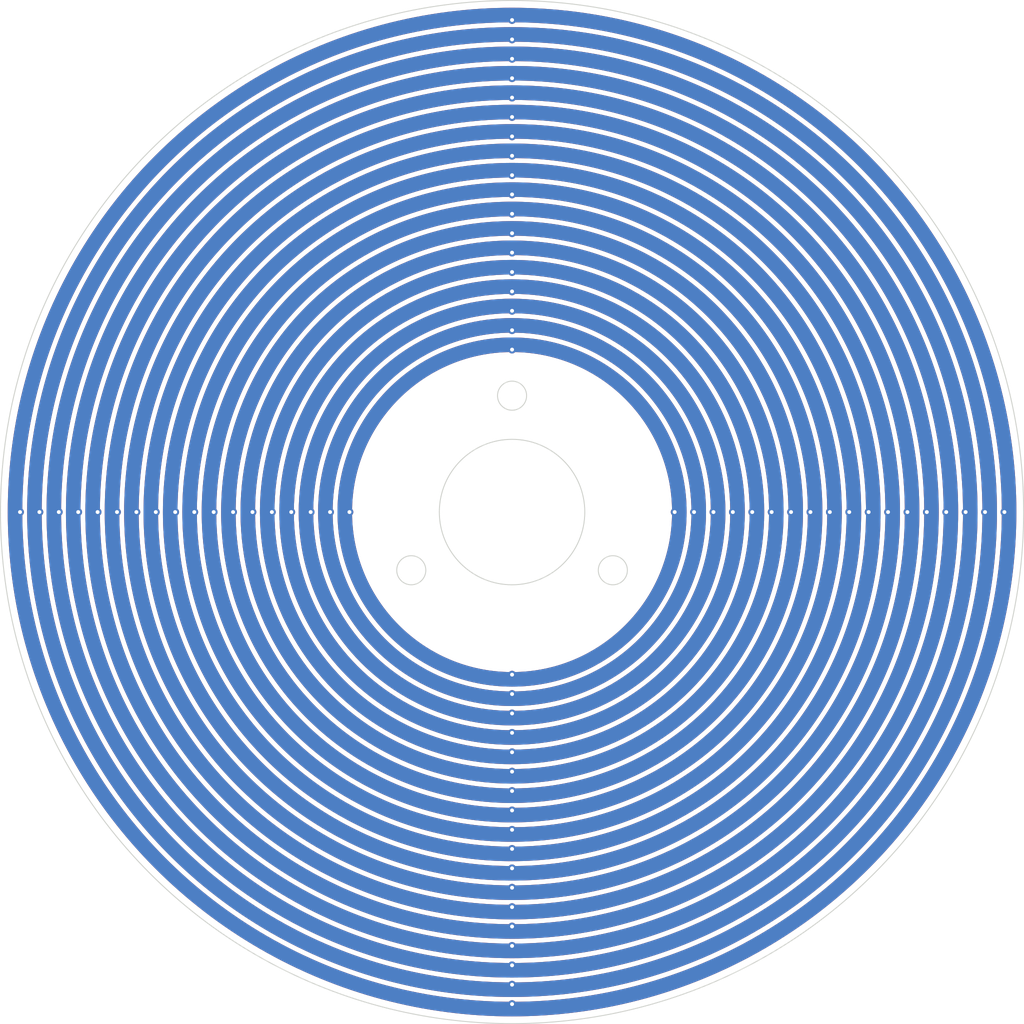
<source format=kicad_pcb>
(kicad_pcb
	(version 20241229)
	(generator "pcbnew")
	(generator_version "9.0")
	(general
		(thickness 1.6)
		(legacy_teardrops no)
	)
	(paper "A4")
	(layers
		(0 "F.Cu" signal)
		(2 "B.Cu" signal)
		(9 "F.Adhes" user "F.Adhesive")
		(11 "B.Adhes" user "B.Adhesive")
		(13 "F.Paste" user)
		(15 "B.Paste" user)
		(5 "F.SilkS" user "F.Silkscreen")
		(7 "B.SilkS" user "B.Silkscreen")
		(1 "F.Mask" user)
		(3 "B.Mask" user)
		(17 "Dwgs.User" user "User.Drawings")
		(19 "Cmts.User" user "User.Comments")
		(21 "Eco1.User" user "User.Eco1")
		(23 "Eco2.User" user "User.Eco2")
		(25 "Edge.Cuts" user)
		(27 "Margin" user)
		(31 "F.CrtYd" user "F.Courtyard")
		(29 "B.CrtYd" user "B.Courtyard")
		(35 "F.Fab" user)
		(33 "B.Fab" user)
		(39 "User.1" user)
		(41 "User.2" user)
		(43 "User.3" user)
		(45 "User.4" user)
	)
	(setup
		(pad_to_mask_clearance 0)
		(allow_soldermask_bridges_in_footprints no)
		(tenting front back)
		(pcbplotparams
			(layerselection 0x00000000_00000000_55555555_5755f5ff)
			(plot_on_all_layers_selection 0x00000000_00000000_00000000_00000000)
			(disableapertmacros no)
			(usegerberextensions no)
			(usegerberattributes yes)
			(usegerberadvancedattributes yes)
			(creategerberjobfile yes)
			(dashed_line_dash_ratio 12.000000)
			(dashed_line_gap_ratio 3.000000)
			(svgprecision 4)
			(plotframeref no)
			(mode 1)
			(useauxorigin no)
			(hpglpennumber 1)
			(hpglpenspeed 20)
			(hpglpendiameter 15.000000)
			(pdf_front_fp_property_popups yes)
			(pdf_back_fp_property_popups yes)
			(pdf_metadata yes)
			(pdf_single_document no)
			(dxfpolygonmode yes)
			(dxfimperialunits yes)
			(dxfusepcbnewfont yes)
			(psnegative no)
			(psa4output no)
			(plot_black_and_white yes)
			(sketchpadsonfab no)
			(plotpadnumbers no)
			(hidednponfab no)
			(sketchdnponfab yes)
			(crossoutdnponfab yes)
			(subtractmaskfromsilk no)
			(outputformat 1)
			(mirror no)
			(drillshape 0)
			(scaleselection 1)
			(outputdirectory "C:/Users/bhavy/OneDrive/Documents/GitHub/IMU-Turntable/build/PCB/XY_slip-ring/XY_slip-ring_GERBER/XY_slip-ring_DRILL/")
		)
	)
	(net 0 "")
	(net 1 "8")
	(net 2 "6")
	(net 3 "7")
	(net 4 "5")
	(net 5 "4")
	(net 6 "1")
	(net 7 "2")
	(net 8 "3")
	(net 9 "9")
	(net 10 "10")
	(net 11 "11")
	(net 12 "12")
	(net 13 "13")
	(net 14 "15")
	(net 15 "14")
	(net 16 "16")
	(net 17 "17")
	(net 18 "18")
	(gr_circle
		(center 0 0)
		(end 82.5 0)
		(stroke
			(width 3)
			(type solid)
		)
		(fill no)
		(layer "F.Cu")
		(net 13)
		(uuid "01dc27b4-3df2-4a12-a1f3-f4f0d64a41a0")
	)
	(gr_circle
		(center 0 0)
		(end 54.5 0)
		(stroke
			(width 3)
			(type solid)
		)
		(fill no)
		(layer "F.Cu")
		(net 2)
		(uuid "0b8efaca-25db-4a9b-83fa-61f327910636")
	)
	(gr_circle
		(center 0 0)
		(end 38.5 0)
		(stroke
			(width 3)
			(type solid)
		)
		(fill no)
		(layer "F.Cu")
		(net 7)
		(uuid "101143fd-83fc-4545-80c2-e4b35792a9be")
	)
	(gr_circle
		(center 0 0)
		(end 70.5 0)
		(stroke
			(width 3)
			(type solid)
		)
		(fill no)
		(layer "F.Cu")
		(net 10)
		(uuid "2524b028-c441-45c6-8256-74c89a7c56fd")
	)
	(gr_circle
		(center 0 0)
		(end 78.5 0)
		(stroke
			(width 3)
			(type solid)
		)
		(fill no)
		(layer "F.Cu")
		(net 12)
		(uuid "25c21961-67bc-4c75-a82d-a40ec11978e8")
	)
	(gr_circle
		(center 0 0)
		(end 34.5 0)
		(stroke
			(width 3)
			(type solid)
		)
		(fill no)
		(layer "F.Cu")
		(net 6)
		(uuid "285a9f38-0f2c-4481-beea-ddd8876d4413")
	)
	(gr_circle
		(center 0 0)
		(end 90.5 0)
		(stroke
			(width 3)
			(type solid)
		)
		(fill no)
		(layer "F.Cu")
		(net 14)
		(uuid "3f0e1fa3-576b-4576-90a2-557623d8fa58")
	)
	(gr_circle
		(center 0 0)
		(end 66.5 0)
		(stroke
			(width 3)
			(type solid)
		)
		(fill no)
		(layer "F.Cu")
		(net 9)
		(uuid "4700c2d2-0e66-4dee-ba83-ecd6133770ec")
	)
	(gr_circle
		(center 0 0)
		(end 62.5 0)
		(stroke
			(width 3)
			(type solid)
		)
		(fill no)
		(layer "F.Cu")
		(net 1)
		(uuid "48efd1c7-2e35-48fa-8d58-a88f024e43ab")
	)
	(gr_circle
		(center 0 0)
		(end 102.5 0)
		(stroke
			(width 3)
			(type solid)
		)
		(fill no)
		(layer "F.Cu")
		(net 18)
		(uuid "67da5b95-1837-4bdd-b91b-449adc2cc8a4")
	)
	(gr_circle
		(center 0 0)
		(end 94.5 0)
		(stroke
			(width 3)
			(type solid)
		)
		(fill no)
		(layer "F.Cu")
		(net 16)
		(uuid "81d28ed7-f5b9-48df-805a-16612363a587")
	)
	(gr_circle
		(center 0 0)
		(end 58.5 0)
		(stroke
			(width 3)
			(type solid)
		)
		(fill no)
		(layer "F.Cu")
		(net 3)
		(uuid "994e6fd1-905f-41d5-97b3-ff09bbaaf6e8")
	)
	(gr_circle
		(center 0 0)
		(end 98.5 0)
		(stroke
			(width 3)
			(type solid)
		)
		(fill no)
		(layer "F.Cu")
		(net 17)
		(uuid "a9536826-1944-417d-8e73-f206948abb7d")
	)
	(gr_circle
		(center 0 0)
		(end 42.5 0)
		(stroke
			(width 3)
			(type solid)
		)
		(fill no)
		(layer "F.Cu")
		(net 8)
		(uuid "accef869-09ff-4b42-b559-974ca182f5ba")
	)
	(gr_circle
		(center 0 0)
		(end 74.5 0)
		(stroke
			(width 3)
			(type solid)
		)
		(fill no)
		(layer "F.Cu")
		(net 11)
		(uuid "ae6b44f0-6919-4bcb-845b-2b92c199489b")
	)
	(gr_circle
		(center 0 0)
		(end 46.5 0)
		(stroke
			(width 3)
			(type solid)
		)
		(fill no)
		(layer "F.Cu")
		(net 5)
		(uuid "d6b5aa03-d53c-46d1-af58-e27d061e9c43")
	)
	(gr_circle
		(center 0 0)
		(end 50.5 0)
		(stroke
			(width 3)
			(type solid)
		)
		(fill no)
		(layer "F.Cu")
		(net 4)
		(uuid "ec19cc89-2186-43a4-8a0f-67fce579beaa")
	)
	(gr_circle
		(center 0 0)
		(end 86.5 0)
		(stroke
			(width 3)
			(type solid)
		)
		(fill no)
		(layer "F.Cu")
		(net 15)
		(uuid "eeb33098-d094-40a2-99b6-6f091e0e2a20")
	)
	(gr_circle
		(center 0 0)
		(end 46.5 0)
		(stroke
			(width 3)
			(type solid)
		)
		(fill no)
		(layer "B.Cu")
		(net 5)
		(uuid "207d7353-a8be-48f8-bc01-2e86d3f2dcb9")
	)
	(gr_circle
		(center 0 0)
		(end 42.5 0)
		(stroke
			(width 3)
			(type solid)
		)
		(fill no)
		(layer "B.Cu")
		(net 8)
		(uuid "21e73dac-c58c-4b1e-9cc2-f02424a68e3a")
	)
	(gr_circle
		(center 0 0)
		(end 34.5 0)
		(stroke
			(width 3)
			(type solid)
		)
		(fill no)
		(layer "B.Cu")
		(net 6)
		(uuid "313fd332-ea98-4450-84e4-5545ed2b33e5")
	)
	(gr_circle
		(center 0 0)
		(end 78.5 0)
		(stroke
			(width 3)
			(type solid)
		)
		(fill no)
		(layer "B.Cu")
		(net 12)
		(uuid "5af7fa99-2b4a-494e-92f1-148f9d30f7db")
	)
	(gr_circle
		(center 0 0)
		(end 38.5 0)
		(stroke
			(width 3)
			(type solid)
		)
		(fill no)
		(layer "B.Cu")
		(net 7)
		(uuid "6c85efd8-0751-4abb-b2f8-157499a65d62")
	)
	(gr_circle
		(center 0 0)
		(end 94.5 0)
		(stroke
			(width 3)
			(type solid)
		)
		(fill no)
		(layer "B.Cu")
		(net 16)
		(uuid "7868b10e-6eca-42a6-b234-3e9c72d1f1cc")
	)
	(gr_circle
		(center 0 0)
		(end 54.5 0)
		(stroke
			(width 3)
			(type solid)
		)
		(fill no)
		(layer "B.Cu")
		(net 2)
		(uuid "7ac4ea0d-ed49-4c5a-b1e6-4603754bfa7d")
	)
	(gr_circle
		(center 0 0)
		(end 50.5 0)
		(stroke
			(width 3)
			(type solid)
		)
		(fill no)
		(layer "B.Cu")
		(net 4)
		(uuid "86728e96-1f89-4c4f-a039-9b7ca886e614")
	)
	(gr_circle
		(center 0 0)
		(end 74.5 0)
		(stroke
			(width 3)
			(type solid)
		)
		(fill no)
		(layer "B.Cu")
		(net 11)
		(uuid "88cf0e3d-583a-4a1e-9e59-e0044a2b59d5")
	)
	(gr_circle
		(center 0 0)
		(end 58.5 0)
		(stroke
			(width 3)
			(type solid)
		)
		(fill no)
		(layer "B.Cu")
		(net 3)
		(uuid "8e80ee54-da84-40af-9f98-0dbd32516f5d")
	)
	(gr_circle
		(center 0 0)
		(end 70.5 0)
		(stroke
			(width 3)
			(type solid)
		)
		(fill no)
		(layer "B.Cu")
		(net 10)
		(uuid "9c238b48-dfa5-4355-9454-d5b312b69a76")
	)
	(gr_circle
		(center 0 0)
		(end 66.5 0)
		(stroke
			(width 3)
			(type solid)
		)
		(fill no)
		(layer "B.Cu")
		(net 9)
		(uuid "a65d3b7d-3bfe-458a-b015-a195b3b88383")
	)
	(gr_circle
		(center 0 0)
		(end 98.5 0)
		(stroke
			(width 3)
			(type solid)
		)
		(fill no)
		(layer "B.Cu")
		(net 17)
		(uuid "ac5303ca-8bee-4d7b-a5e1-76f36527ce37")
	)
	(gr_circle
		(center 0 0)
		(end 102.5 0)
		(stroke
			(width 3)
			(type solid)
		)
		(fill no)
		(layer "B.Cu")
		(net 18)
		(uuid "acce11ae-935d-443b-9545-51c209e343f1")
	)
	(gr_circle
		(center 0 0)
		(end 86.5 0)
		(stroke
			(width 3)
			(type solid)
		)
		(fill no)
		(layer "B.Cu")
		(net 15)
		(uuid "c0b89ac3-1c9b-451b-ab29-05a47992cb3d")
	)
	(gr_circle
		(center 0 0)
		(end 90.5 0)
		(stroke
			(width 3)
			(type solid)
		)
		(fill no)
		(layer "B.Cu")
		(net 14)
		(uuid "e881d3a5-c42a-4e67-8369-44fe317e44de")
	)
	(gr_circle
		(center 0 0)
		(end 62.5 0)
		(stroke
			(width 3)
			(type solid)
		)
		(fill no)
		(layer "B.Cu")
		(net 1)
		(uuid "f3232158-e601-46fe-97f7-568b0b1e7a4b")
	)
	(gr_circle
		(center 0 0)
		(end 82.5 0)
		(stroke
			(width 3)
			(type solid)
		)
		(fill no)
		(layer "B.Cu")
		(net 13)
		(uuid "feebd1c1-9353-4af9-9d87-febfe604129f")
	)
	(gr_circle
		(center 0 0)
		(end 105.5 0)
		(stroke
			(width 0.2)
			(type solid)
		)
		(fill no)
		(layer "Edge.Cuts")
		(uuid "0076bcf8-1015-4983-9a11-3f8282d9f498")
	)
	(gr_circle
		(center 0 0)
		(end 15 0)
		(stroke
			(width 0.2)
			(type solid)
		)
		(fill no)
		(layer "Edge.Cuts")
		(uuid "40fca189-6eee-4aae-a358-de7f47745568")
	)
	(gr_circle
		(center -20.78461 12)
		(end -17.78461 12)
		(stroke
			(width 0.2)
			(type solid)
		)
		(fill no)
		(layer "Edge.Cuts")
		(uuid "8c0867c8-94eb-4a35-acb5-5ebed045d28e")
	)
	(gr_circle
		(center 20.78461 12)
		(end 23.78461 12)
		(stroke
			(width 0.2)
			(type solid)
		)
		(fill no)
		(layer "Edge.Cuts")
		(uuid "c46bcff7-102e-406f-9310-44d95f3c7959")
	)
	(gr_circle
		(center 0 -24)
		(end 3 -24)
		(stroke
			(width 0.2)
			(type solid)
		)
		(fill no)
		(layer "Edge.Cuts")
		(uuid "f27ffb44-59a4-4769-83f0-f1593008834e")
	)
	(via
		(at 0 -61.5)
		(size 1.6)
		(drill 0.8)
		(layers "F.Cu" "B.Cu")
		(free yes)
		(net 1)
		(uuid "314fc425-649d-4210-a81c-e1db5b2fb6b1")
	)
	(via
		(at 61.531 0)
		(size 1.6)
		(drill 0.8)
		(layers "F.Cu" "B.Cu")
		(free yes)
		(net 1)
		(uuid "3247e5a0-1ba7-48d6-a345-0a6aa9567bee")
	)
	(via
		(at 0 61.529)
		(size 1.6)
		(drill 0.8)
		(layers "F.Cu" "B.Cu")
		(free yes)
		(net 1)
		(uuid "8ddc43f7-4fe7-4a49-8c06-b82914864f4c")
	)
	(via
		(at -61.531 0)
		(size 1.6)
		(drill 0.8)
		(layers "F.Cu" "B.Cu")
		(free yes)
		(net 1)
		(uuid "b5375964-03ce-4868-8fa9-8a4ca5160783")
	)
	(via
		(at -53.531 0)
		(size 1.6)
		(drill 0.8)
		(layers "F.Cu" "B.Cu")
		(free yes)
		(net 2)
		(uuid "369ac9f6-bae6-4130-8c00-a9796e822357")
	)
	(via
		(at 53.531 0)
		(size 1.6)
		(drill 0.8)
		(layers "F.Cu" "B.Cu")
		(free yes)
		(net 2)
		(uuid "9fc6c66e-df14-4db4-b826-2661b14d27ed")
	)
	(via
		(at 0 53.529)
		(size 1.6)
		(drill 0.8)
		(layers "F.Cu" "B.Cu")
		(free yes)
		(net 2)
		(uuid "a13aceb2-903f-44ef-ac26-d9c610db1263")
	)
	(via
		(at 0 -53.5)
		(size 1.6)
		(drill 0.8)
		(layers "F.Cu" "B.Cu")
		(free yes)
		(net 2)
		(uuid "f6b95c27-8261-499a-bca9-cefa49a6ee4e")
	)
	(via
		(at 0 -57.5)
		(size 1.6)
		(drill 0.8)
		(layers "F.Cu" "B.Cu")
		(free yes)
		(net 3)
		(uuid "38c0f5f4-74d6-4f53-aa9d-34df588d2ce6")
	)
	(via
		(at -57.531 0)
		(size 1.6)
		(drill 0.8)
		(layers "F.Cu" "B.Cu")
		(free yes)
		(net 3)
		(uuid "3fc56fc5-ab02-4cda-afb9-c17a7de233f7")
	)
	(via
		(at 57.531 0)
		(size 1.6)
		(drill 0.8)
		(layers "F.Cu" "B.Cu")
		(free yes)
		(net 3)
		(uuid "4125bf2d-851b-4d34-89fe-c7c516efd991")
	)
	(via
		(at 0 57.529)
		(size 1.6)
		(drill 0.8)
		(layers "F.Cu" "B.Cu")
		(free yes)
		(net 3)
		(uuid "777bdd79-964d-4deb-ab63-ec6cd93cbd3f")
	)
	(via
		(at 49.531 0)
		(size 1.6)
		(drill 0.8)
		(layers "F.Cu" "B.Cu")
		(free yes)
		(net 4)
		(uuid "0fe72384-c1df-476d-a664-b2feda15c57d")
	)
	(via
		(at 0 49.529)
		(size 1.6)
		(drill 0.8)
		(layers "F.Cu" "B.Cu")
		(free yes)
		(net 4)
		(uuid "3329ec13-2289-43e8-b5c2-acb89e88d8bb")
	)
	(via
		(at 0 -49.5)
		(size 1.6)
		(drill 0.8)
		(layers "F.Cu" "B.Cu")
		(free yes)
		(net 4)
		(uuid "a9b8527e-cf60-4f9a-aa56-0cdf8468b175")
	)
	(via
		(at -49.531 0)
		(size 1.6)
		(drill 0.8)
		(layers "F.Cu" "B.Cu")
		(free yes)
		(net 4)
		(uuid "b9606b79-9275-4442-ad29-ab67281943f7")
	)
	(via
		(at 0 -45.5)
		(size 1.6)
		(drill 0.8)
		(layers "F.Cu" "B.Cu")
		(free yes)
		(net 5)
		(uuid "11d71454-4d3e-4d0b-b0a4-3d0ce1c44a3b")
	)
	(via
		(at -45.531 0)
		(size 1.6)
		(drill 0.8)
		(layers "F.Cu" "B.Cu")
		(free yes)
		(net 5)
		(uuid "71f2a115-d8ce-4570-9ea0-d290d5e7cb33")
	)
	(via
		(at 45.531 0)
		(size 1.6)
		(drill 0.8)
		(layers "F.Cu" "B.Cu")
		(free yes)
		(net 5)
		(uuid "961fad51-8134-48ed-aebf-8e20ef86010c")
	)
	(via
		(at 0 45.529)
		(size 1.6)
		(drill 0.8)
		(layers "F.Cu" "B.Cu")
		(free yes)
		(net 5)
		(uuid "96cef347-8e43-4209-9793-7592ccda3239")
	)
	(via
		(at 0 33.529)
		(size 1.6)
		(drill 0.8)
		(layers "F.Cu" "B.Cu")
		(free yes)
		(net 6)
		(uuid "113d7cda-034d-4544-a48e-b6883150be3a")
	)
	(via
		(at 33.531 0)
		(size 1.6)
		(drill 0.8)
		(layers "F.Cu" "B.Cu")
		(free yes)
		(net 6)
		(uuid "3fbefe18-2eaf-4616-ae30-89abf4b47496")
	)
	(via
		(at 0 -33.5)
		(size 1.6)
		(drill 0.8)
		(layers "F.Cu" "B.Cu")
		(free yes)
		(net 6)
		(uuid "c3a5aa96-5f89-409f-9cf6-bd810adfaead")
	)
	(via
		(at -33.531 0)
		(size 1.6)
		(drill 0.8)
		(layers "F.Cu" "B.Cu")
		(free yes)
		(net 6)
		(uuid "db53dd75-2eee-4491-bdca-ddf217642d15")
	)
	(via
		(at 0 -37.5)
		(size 1.6)
		(drill 0.8)
		(layers "F.Cu" "B.Cu")
		(free yes)
		(net 7)
		(uuid "001dc714-f669-4449-bcc2-8dfbd66db7c7")
	)
	(via
		(at 37.531 0)
		(size 1.6)
		(drill 0.8)
		(layers "F.Cu" "B.Cu")
		(free yes)
		(net 7)
		(uuid "2d4714f7-a169-427c-8771-d1bfea79041a")
	)
	(via
		(at 0 37.529)
		(size 1.6)
		(drill 0.8)
		(layers "F.Cu" "B.Cu")
		(free yes)
		(net 7)
		(uuid "40e871a1-9507-43cb-a82e-f0a3b1a1201a")
	)
	(via
		(at -37.531 0)
		(size 1.6)
		(drill 0.8)
		(layers "F.Cu" "B.Cu")
		(free yes)
		(net 7)
		(uuid "f4951602-fd5e-4b46-b679-76a1feb8a51b")
	)
	(via
		(at 41.531 0)
		(size 1.6)
		(drill 0.8)
		(layers "F.Cu" "B.Cu")
		(free yes)
		(net 8)
		(uuid "05a3c3f1-d3f5-44bd-8945-52310da1aeca")
	)
	(via
		(at -41.531 0)
		(size 1.6)
		(drill 0.8)
		(layers "F.Cu" "B.Cu")
		(free yes)
		(net 8)
		(uuid "635a8de1-0607-430f-93e7-849c224ca9c7")
	)
	(via
		(at 0 41.529)
		(size 1.6)
		(drill 0.8)
		(layers "F.Cu" "B.Cu")
		(free yes)
		(net 8)
		(uuid "94ef1166-72bd-45c0-bea4-c54bc0abcb1f")
	)
	(via
		(at 0 -41.5)
		(size 1.6)
		(drill 0.8)
		(layers "F.Cu" "B.Cu")
		(free yes)
		(net 8)
		(uuid "f2ce3fd5-a315-4073-8049-26d461be4406")
	)
	(via
		(at 0 65.529)
		(size 1.6)
		(drill 0.8)
		(layers "F.Cu" "B.Cu")
		(free yes)
		(net 9)
		(uuid "3ac7d7e5-3b97-4040-a958-8331aa0b71f8")
	)
	(via
		(at -65.531 0)
		(size 1.6)
		(drill 0.8)
		(layers "F.Cu" "B.Cu")
		(free yes)
		(net 9)
		(uuid "48f54ac2-46e3-4304-a29e-fca00c6792bd")
	)
	(via
		(at 65.531 0)
		(size 1.6)
		(drill 0.8)
		(layers "F.Cu" "B.Cu")
		(free yes)
		(net 9)
		(uuid "6c606ffb-b71a-4045-889a-e6de174cc3cf")
	)
	(via
		(at 0 -65.5)
		(size 1.6)
		(drill 0.8)
		(layers "F.Cu" "B.Cu")
		(free yes)
		(net 9)
		(uuid "9094e1fc-7f4f-45ba-adb2-6d176bba7a16")
	)
	(via
		(at 0 69.469)
		(size 1.6)
		(drill 0.8)
		(layers "F.Cu" "B.Cu")
		(free yes)
		(net 10)
		(uuid "2ff16bcc-b283-41c4-8840-a98b77f67bd4")
	)
	(via
		(at -69.469 0)
		(size 1.6)
		(drill 0.8)
		(layers "F.Cu" "B.Cu")
		(free yes)
		(net 10)
		(uuid "4ea112ed-40bc-47a2-8a89-ed135c8fa6b9")
	)
	(via
		(at 69.535 0)
		(size 1.6)
		(drill 0.8)
		(layers "F.Cu" "B.Cu")
		(free yes)
		(net 10)
		(uuid "91be784e-5408-414a-950f-c51fd271653f")
	)
	(via
		(at 0 -69.469)
		(size 1.6)
		(drill 0.8)
		(layers "F.Cu" "B.Cu")
		(free yes)
		(net 10)
		(uuid "c702a1a2-8216-4a68-832c-892c6d4c9500")
	)
	(via
		(at 0 -73.469)
		(size 1.6)
		(drill 0.8)
		(layers "F.Cu" "B.Cu")
		(free yes)
		(net 11)
		(uuid "5abd836a-b80c-4fa9-b430-3b02d6db0cd0")
	)
	(via
		(at -73.469 0)
		(size 1.6)
		(drill 0.8)
		(layers "F.Cu" "B.Cu")
		(free yes)
		(net 11)
		(uuid "85f29372-d4e2-424e-b7af-4f27b439a49e")
	)
	(via
		(at 73.535 0)
		(size 1.6)
		(drill 0.8)
		(layers "F.Cu" "B.Cu")
		(free yes)
		(net 11)
		(uuid "b3bc5cbc-4a0b-46b5-91b7-4e98862eac42")
	)
	(via
		(at 0 73.469)
		(size 1.6)
		(drill 0.8)
		(layers "F.Cu" "B.Cu")
		(free yes)
		(net 11)
		(uuid "c665801d-e66a-4410-accc-6fa8688e2b4b")
	)
	(via
		(at 77.535 0)
		(size 1.6)
		(drill 0.8)
		(layers "F.Cu" "B.Cu")
		(free yes)
		(net 12)
		(uuid "0fc78618-d5e9-4fc7-af09-753ef29c317a")
	)
	(via
		(at 0 77.469)
		(size 1.6)
		(drill 0.8)
		(layers "F.Cu" "B.Cu")
		(free yes)
		(net 12)
		(uuid "52ae986c-d34d-475f-9147-29f588f7f27a")
	)
	(via
		(at 0 -77.469)
		(size 1.6)
		(drill 0.8)
		(layers "F.Cu" "B.Cu")
		(free yes)
		(net 12)
		(uuid "7b1007ad-341b-4580-b365-7d979effa804")
	)
	(via
		(at -77.469 0)
		(size 1.6)
		(drill 0.8)
		(layers "F.Cu" "B.Cu")
		(free yes)
		(net 12)
		(uuid "95274858-a242-4681-b980-8992fe33d1d5")
	)
	(via
		(at 81.535 0)
		(size 1.6)
		(drill 0.8)
		(layers "F.Cu" "B.Cu")
		(free yes)
		(net 13)
		(uuid "09bb3ed6-2f6a-4568-9825-6c71e36c0d04")
	)
	(via
		(at 0 -81.468999)
		(size 1.6)
		(drill 0.8)
		(layers "F.Cu" "B.Cu")
		(free yes)
		(net 13)
		(uuid "1710f6ce-bf4d-4277-9b8c-acfe620dfaf4")
	)
	(via
		(at 0 81.468999)
		(size 1.6)
		(drill 0.8)
		(layers "F.Cu" "B.Cu")
		(free yes)
		(net 13)
		(uuid "b81b5583-6ee8-4aad-b69c-5871d35cb37b")
	)
	(via
		(at -81.468999 0)
		(size 1.6)
		(drill 0.8)
		(layers "F.Cu" "B.Cu")
		(free yes)
		(net 13)
		(uuid "c409aadb-57ea-4c25-b7df-2678d50d446c")
	)
	(via
		(at 0 -89.469001)
		(size 1.6)
		(drill 0.8)
		(layers "F.Cu" "B.Cu")
		(free yes)
		(net 14)
		(uuid "b61dd4bd-411e-4544-a9de-f7f94386305b")
	)
	(via
		(at 89.535 0)
		(size 1.6)
		(drill 0.8)
		(layers "F.Cu" "B.Cu")
		(free yes)
		(net 14)
		(uuid "d55e94b1-0dba-45ae-a904-1730ac45bb98")
	)
	(via
		(at -89.469001 0)
		(size 1.6)
		(drill 0.8)
		(layers "F.Cu" "B.Cu")
		(free yes)
		(net 14)
		(uuid "ea03aaa0-fc6c-4193-9d58-b3b8425f2f82")
	)
	(via
		(at 0 89.469001)
		(size 1.6)
		(drill 0.8)
		(layers "F.Cu" "B.Cu")
		(free yes)
		(net 14)
		(uuid "ff41d67e-69a1-4b08-89cc-8cbea1f5e8bd")
	)
	(via
		(at 0 -85.468999)
		(size 1.6)
		(drill 0.8)
		(layers "F.Cu" "B.Cu")
		(free yes)
		(net 15)
		(uuid "2abe6b4a-5f2b-408c-9308-b6cb183c8fac")
	)
	(via
		(at -85.468999 0)
		(size 1.6)
		(drill 0.8)
		(layers "F.Cu" "B.Cu")
		(free yes)
		(net 15)
		(uuid "54b971ee-c224-44bd-b95e-ab7c8101ddb9")
	)
	(via
		(at 85.535 0)
		(size 1.6)
		(drill 0.8)
		(layers "F.Cu" "B.Cu")
		(free yes)
		(net 15)
		(uuid "6a994813-25af-4c17-82c8-36e8aef4d430")
	)
	(via
		(at 0 85.468999)
		(size 1.6)
		(drill 0.8)
		(layers "F.Cu" "B.Cu")
		(free yes)
		(net 15)
		(uuid "b6139408-bade-4bd9-ae29-35ce14a92474")
	)
	(via
		(at 0 93.469)
		(size 1.6)
		(drill 0.8)
		(layers "F.Cu" "B.Cu")
		(free yes)
		(net 16)
		(uuid "0910cc6a-8932-4dc0-b3ac-003028d01393")
	)
	(via
		(at 0 -93.469)
		(size 1.6)
		(drill 0.8)
		(layers "F.Cu" "B.Cu")
		(free yes)
		(net 16)
		(uuid "0f65cfb7-3417-494a-820f-164a37863d2b")
	)
	(via
		(at -93.469 0)
		(size 1.6)
		(drill 0.8)
		(layers "F.Cu" "B.Cu")
		(free yes)
		(net 16)
		(uuid "98074cf1-79b7-4819-bcd5-3fdba02d1990")
	)
	(via
		(at 93.535 0)
		(size 1.6)
		(drill 0.8)
		(layers "F.Cu" "B.Cu")
		(free yes)
		(net 16)
		(uuid "f35dc057-783b-448a-a85e-347cee63c1fb")
	)
	(via
		(at 97.535 0)
		(size 1.6)
		(drill 0.8)
		(layers "F.Cu" "B.Cu")
		(free yes)
		(net 17)
		(uuid "73f27cbe-045e-448f-8cc7-d12e4340eacb")
	)
	(via
		(at 0 -97.469)
		(size 1.6)
		(drill 0.8)
		(layers "F.Cu" "B.Cu")
		(free yes)
		(net 17)
		(uuid "9fe605a4-7e00-4c0d-aa94-4764bab31f74")
	)
	(via
		(at -97.469 0)
		(size 1.6)
		(drill 0.8)
		(layers "F.Cu" "B.Cu")
		(free yes)
		(net 17)
		(uuid "e4838961-191d-4817-877d-a885d4988340")
	)
	(via
		(at 0 97.469)
		(size 1.6)
		(drill 0.8)
		(layers "F.Cu" "B.Cu")
		(free yes)
		(net 17)
		(uuid "ef0ece55-7aae-4772-8111-e94584361519")
	)
	(via
		(at 101.535 0)
		(size 1.6)
		(drill 0.8)
		(layers "F.Cu" "B.Cu")
		(free yes)
		(net 18)
		(uuid "32324d63-59dc-4930-91ac-836743774a12")
	)
	(via
		(at 0 101.469)
		(size 1.6)
		(drill 0.8)
		(layers "F.Cu" "B.Cu")
		(free yes)
		(net 18)
		(uuid "56117282-69a9-4de5-b619-54e35829da42")
	)
	(via
		(at 0 -101.469)
		(size 1.6)
		(drill 0.8)
		(layers "F.Cu" "B.Cu")
		(free yes)
		(net 18)
		(uuid "8b04d96c-8ba9-4a64-80d2-3f6b09bf6adf")
	)
	(via
		(at -101.469 0)
		(size 1.6)
		(drill 0.8)
		(layers "F.Cu" "B.Cu")
		(free yes)
		(net 18)
		(uuid "bcad1490-4b84-4537-b807-7704f7337c0c")
	)
	(embedded_fonts no)
)

</source>
